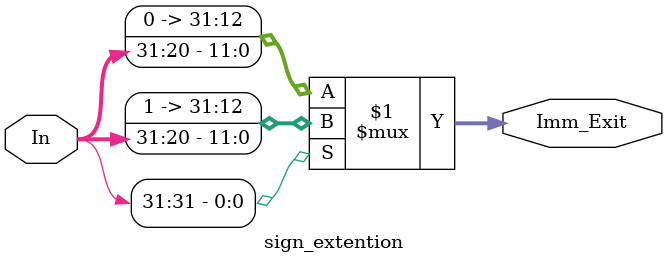
<source format=v>
module sign_extention (
    In,Imm_Exit
);
    
    input [31:0] In;
    output [31:0] Imm_Exit;


 assign Imm_Exit = (In[31]) ? {{20{1'b1}},In[31:20]} : 
                    {{20{1'b0}},In[31:20]} ;
endmodule
</source>
